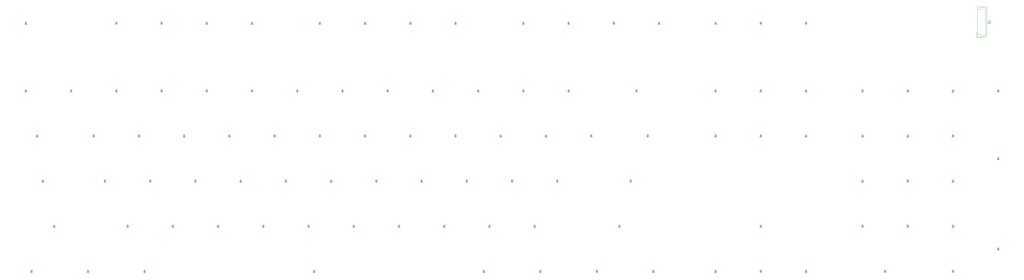
<source format=gbr>
%TF.GenerationSoftware,KiCad,Pcbnew,8.0.5*%
%TF.CreationDate,2025-06-15T08:43:14-07:00*%
%TF.ProjectId,Full Keyboard,46756c6c-204b-4657-9962-6f6172642e6b,2.0.0*%
%TF.SameCoordinates,Original*%
%TF.FileFunction,Legend,Bot*%
%TF.FilePolarity,Positive*%
%FSLAX46Y46*%
G04 Gerber Fmt 4.6, Leading zero omitted, Abs format (unit mm)*
G04 Created by KiCad (PCBNEW 8.0.5) date 2025-06-15 08:43:14*
%MOMM*%
%LPD*%
G01*
G04 APERTURE LIST*
%ADD10C,0.150000*%
%ADD11C,0.120000*%
G04 APERTURE END LIST*
D10*
X521224765Y-229476695D02*
X521939050Y-229476695D01*
X521939050Y-229476695D02*
X522081907Y-229429076D01*
X522081907Y-229429076D02*
X522177146Y-229333838D01*
X522177146Y-229333838D02*
X522224765Y-229190981D01*
X522224765Y-229190981D02*
X522224765Y-229095743D01*
X521224765Y-229857648D02*
X521224765Y-230476695D01*
X521224765Y-230476695D02*
X521605717Y-230143362D01*
X521605717Y-230143362D02*
X521605717Y-230286219D01*
X521605717Y-230286219D02*
X521653336Y-230381457D01*
X521653336Y-230381457D02*
X521700955Y-230429076D01*
X521700955Y-230429076D02*
X521796193Y-230476695D01*
X521796193Y-230476695D02*
X522034288Y-230476695D01*
X522034288Y-230476695D02*
X522129526Y-230429076D01*
X522129526Y-230429076D02*
X522177146Y-230381457D01*
X522177146Y-230381457D02*
X522224765Y-230286219D01*
X522224765Y-230286219D02*
X522224765Y-230000505D01*
X522224765Y-230000505D02*
X522177146Y-229905267D01*
X522177146Y-229905267D02*
X522129526Y-229857648D01*
%TO.C,D93*%
X141561246Y-335496529D02*
X142111246Y-335496529D01*
X141711246Y-334896529D02*
X142511246Y-334896529D01*
X142111246Y-334396529D02*
X142111246Y-334896529D01*
X142111246Y-335496529D02*
X141711246Y-334896529D01*
X142111246Y-335496529D02*
X142111246Y-335896529D01*
X142511246Y-334896529D02*
X142111246Y-335496529D01*
X142661246Y-335496529D02*
X142111246Y-335496529D01*
%TO.C,D20*%
X172515546Y-259238729D02*
X173065546Y-259238729D01*
X172665546Y-258638729D02*
X173465546Y-258638729D01*
X173065546Y-258138729D02*
X173065546Y-258638729D01*
X173065546Y-259238729D02*
X172665546Y-258638729D01*
X173065546Y-259238729D02*
X173065546Y-259638729D01*
X173465546Y-258638729D02*
X173065546Y-259238729D01*
X173615546Y-259238729D02*
X173065546Y-259238729D01*
%TO.C,D77*%
X177277746Y-316447729D02*
X177827746Y-316447729D01*
X177427746Y-315847729D02*
X178227746Y-315847729D01*
X177827746Y-315347729D02*
X177827746Y-315847729D01*
X177827746Y-316447729D02*
X177427746Y-315847729D01*
X177827746Y-316447729D02*
X177827746Y-316847729D01*
X178227746Y-315847729D02*
X177827746Y-316447729D01*
X178377746Y-316447729D02*
X177827746Y-316447729D01*
%TO.C,D51*%
X377290146Y-278287529D02*
X377840146Y-278287529D01*
X377440146Y-277687529D02*
X378240146Y-277687529D01*
X377840146Y-277187529D02*
X377840146Y-277687529D01*
X377840146Y-278287529D02*
X377440146Y-277687529D01*
X377840146Y-278287529D02*
X377840146Y-278687529D01*
X378240146Y-277687529D02*
X377840146Y-278287529D01*
X378390146Y-278287529D02*
X377840146Y-278287529D01*
%TO.C,D45*%
X258235146Y-278287529D02*
X258785146Y-278287529D01*
X258385146Y-277687529D02*
X259185146Y-277687529D01*
X258785146Y-277187529D02*
X258785146Y-277687529D01*
X258785146Y-278287529D02*
X258385146Y-277687529D01*
X258785146Y-278287529D02*
X258785146Y-278687529D01*
X259185146Y-277687529D02*
X258785146Y-278287529D01*
X259335146Y-278287529D02*
X258785146Y-278287529D01*
%TO.C,D81*%
X253472946Y-316447729D02*
X254022946Y-316447729D01*
X253622946Y-315847729D02*
X254422946Y-315847729D01*
X254022946Y-315347729D02*
X254022946Y-315847729D01*
X254022946Y-316447729D02*
X253622946Y-315847729D01*
X254022946Y-316447729D02*
X254022946Y-316847729D01*
X254422946Y-315847729D02*
X254022946Y-316447729D01*
X254572946Y-316447729D02*
X254022946Y-316447729D01*
%TO.C,D30*%
X372527946Y-259238729D02*
X373077946Y-259238729D01*
X372677946Y-258638729D02*
X373477946Y-258638729D01*
X373077946Y-258138729D02*
X373077946Y-258638729D01*
X373077946Y-259238729D02*
X372677946Y-258638729D01*
X373077946Y-259238729D02*
X373077946Y-259638729D01*
X373477946Y-258638729D02*
X373077946Y-259238729D01*
X373627946Y-259238729D02*
X373077946Y-259238729D01*
%TO.C,D95*%
X236805246Y-335496529D02*
X237355246Y-335496529D01*
X236955246Y-334896529D02*
X237755246Y-334896529D01*
X237355246Y-334396529D02*
X237355246Y-334896529D01*
X237355246Y-335496529D02*
X236955246Y-334896529D01*
X237355246Y-335496529D02*
X237355246Y-335896529D01*
X237755246Y-334896529D02*
X237355246Y-335496529D01*
X237905246Y-335496529D02*
X237355246Y-335496529D01*
%TO.C,D53*%
X424912146Y-278287529D02*
X425462146Y-278287529D01*
X425062146Y-277687529D02*
X425862146Y-277687529D01*
X425462146Y-277187529D02*
X425462146Y-277687529D01*
X425462146Y-278287529D02*
X425062146Y-277687529D01*
X425462146Y-278287529D02*
X425462146Y-278687529D01*
X425862146Y-277687529D02*
X425462146Y-278287529D01*
X426012146Y-278287529D02*
X425462146Y-278287529D01*
%TO.C,D86*%
X365384646Y-316447729D02*
X365934646Y-316447729D01*
X365534646Y-315847729D02*
X366334646Y-315847729D01*
X365934646Y-315347729D02*
X365934646Y-315847729D01*
X365934646Y-316447729D02*
X365534646Y-315847729D01*
X365934646Y-316447729D02*
X365934646Y-316847729D01*
X366334646Y-315847729D02*
X365934646Y-316447729D01*
X366484646Y-316447729D02*
X365934646Y-316447729D01*
%TO.C,D50*%
X353479146Y-278287529D02*
X354029146Y-278287529D01*
X353629146Y-277687529D02*
X354429146Y-277687529D01*
X354029146Y-277187529D02*
X354029146Y-277687529D01*
X354029146Y-278287529D02*
X353629146Y-277687529D01*
X354029146Y-278287529D02*
X354029146Y-278687529D01*
X354429146Y-277687529D02*
X354029146Y-278287529D01*
X354579146Y-278287529D02*
X354029146Y-278287529D01*
%TO.C,D70*%
X339192546Y-297336329D02*
X339742546Y-297336329D01*
X339342546Y-296736329D02*
X340142546Y-296736329D01*
X339742546Y-296236329D02*
X339742546Y-296736329D01*
X339742546Y-297336329D02*
X339342546Y-296736329D01*
X339742546Y-297336329D02*
X339742546Y-297736329D01*
X340142546Y-296736329D02*
X339742546Y-297336329D01*
X340292546Y-297336329D02*
X339742546Y-297336329D01*
%TO.C,D71*%
X370146846Y-297336329D02*
X370696846Y-297336329D01*
X370296846Y-296736329D02*
X371096846Y-296736329D01*
X370696846Y-296236329D02*
X370696846Y-296736329D01*
X370696846Y-297336329D02*
X370296846Y-296736329D01*
X370696846Y-297336329D02*
X370696846Y-297736329D01*
X371096846Y-296736329D02*
X370696846Y-297336329D01*
X371246846Y-297336329D02*
X370696846Y-297336329D01*
%TO.C,D91*%
X524918346Y-325972129D02*
X525468346Y-325972129D01*
X525068346Y-325372129D02*
X525868346Y-325372129D01*
X525468346Y-324872129D02*
X525468346Y-325372129D01*
X525468346Y-325972129D02*
X525068346Y-325372129D01*
X525468346Y-325972129D02*
X525468346Y-326372129D01*
X525868346Y-325372129D02*
X525468346Y-325972129D01*
X526018346Y-325972129D02*
X525468346Y-325972129D01*
%TO.C,D85*%
X329668146Y-316447729D02*
X330218146Y-316447729D01*
X329818146Y-315847729D02*
X330618146Y-315847729D01*
X330218146Y-315347729D02*
X330218146Y-315847729D01*
X330218146Y-316447729D02*
X329818146Y-315847729D01*
X330218146Y-316447729D02*
X330218146Y-316847729D01*
X330618146Y-315847729D02*
X330218146Y-316447729D01*
X330768146Y-316447729D02*
X330218146Y-316447729D01*
%TO.C,D2*%
X153466746Y-230665529D02*
X154016746Y-230665529D01*
X153616746Y-230065529D02*
X154416746Y-230065529D01*
X154016746Y-229565529D02*
X154016746Y-230065529D01*
X154016746Y-230665529D02*
X153616746Y-230065529D01*
X154016746Y-230665529D02*
X154016746Y-231065529D01*
X154416746Y-230065529D02*
X154016746Y-230665529D01*
X154566746Y-230665529D02*
X154016746Y-230665529D01*
%TO.C,D27*%
X305857146Y-259301329D02*
X306407146Y-259301329D01*
X306007146Y-258701329D02*
X306807146Y-258701329D01*
X306407146Y-258201329D02*
X306407146Y-258701329D01*
X306407146Y-259301329D02*
X306007146Y-258701329D01*
X306407146Y-259301329D02*
X306407146Y-259701329D01*
X306807146Y-258701329D02*
X306407146Y-259301329D01*
X306957146Y-259301329D02*
X306407146Y-259301329D01*
%TO.C,D66*%
X262997346Y-297336329D02*
X263547346Y-297336329D01*
X263147346Y-296736329D02*
X263947346Y-296736329D01*
X263547346Y-296236329D02*
X263547346Y-296736329D01*
X263547346Y-297336329D02*
X263147346Y-296736329D01*
X263547346Y-297336329D02*
X263547346Y-297736329D01*
X263947346Y-296736329D02*
X263547346Y-297336329D01*
X264097346Y-297336329D02*
X263547346Y-297336329D01*
%TO.C,D90*%
X505869546Y-316447729D02*
X506419546Y-316447729D01*
X506019546Y-315847729D02*
X506819546Y-315847729D01*
X506419546Y-315347729D02*
X506419546Y-315847729D01*
X506419546Y-316447729D02*
X506019546Y-315847729D01*
X506419546Y-316447729D02*
X506419546Y-316847729D01*
X506819546Y-315847729D02*
X506419546Y-316447729D01*
X506969546Y-316447729D02*
X506419546Y-316447729D01*
%TO.C,D9*%
X296332746Y-230728129D02*
X296882746Y-230728129D01*
X296482746Y-230128129D02*
X297282746Y-230128129D01*
X296882746Y-229628129D02*
X296882746Y-230128129D01*
X296882746Y-230728129D02*
X296482746Y-230128129D01*
X296882746Y-230728129D02*
X296882746Y-231128129D01*
X297282746Y-230128129D02*
X296882746Y-230728129D01*
X297432746Y-230728129D02*
X296882746Y-230728129D01*
%TO.C,D14*%
X424912146Y-230665529D02*
X425462146Y-230665529D01*
X425062146Y-230065529D02*
X425862146Y-230065529D01*
X425462146Y-229565529D02*
X425462146Y-230065529D01*
X425462146Y-230665529D02*
X425062146Y-230065529D01*
X425462146Y-230665529D02*
X425462146Y-231065529D01*
X425862146Y-230065529D02*
X425462146Y-230665529D01*
X426012146Y-230665529D02*
X425462146Y-230665529D01*
%TO.C,D92*%
X117750246Y-335496529D02*
X118300246Y-335496529D01*
X117900246Y-334896529D02*
X118700246Y-334896529D01*
X118300246Y-334396529D02*
X118300246Y-334896529D01*
X118300246Y-335496529D02*
X117900246Y-334896529D01*
X118300246Y-335496529D02*
X118300246Y-335896529D01*
X118700246Y-334896529D02*
X118300246Y-335496529D01*
X118850246Y-335496529D02*
X118300246Y-335496529D01*
%TO.C,D5*%
X210613146Y-230728129D02*
X211163146Y-230728129D01*
X210763146Y-230128129D02*
X211563146Y-230128129D01*
X211163146Y-229628129D02*
X211163146Y-230128129D01*
X211163146Y-230728129D02*
X210763146Y-230128129D01*
X211163146Y-230728129D02*
X211163146Y-231128129D01*
X211563146Y-230128129D02*
X211163146Y-230728129D01*
X211713146Y-230728129D02*
X211163146Y-230728129D01*
%TO.C,D47*%
X296332746Y-278287529D02*
X296882746Y-278287529D01*
X296482746Y-277687529D02*
X297282746Y-277687529D01*
X296882746Y-277187529D02*
X296882746Y-277687529D01*
X296882746Y-278287529D02*
X296482746Y-277687529D01*
X296882746Y-278287529D02*
X296882746Y-278687529D01*
X297282746Y-277687529D02*
X296882746Y-278287529D01*
X297432746Y-278287529D02*
X296882746Y-278287529D01*
%TO.C,D35*%
X486820746Y-259301329D02*
X487370746Y-259301329D01*
X486970746Y-258701329D02*
X487770746Y-258701329D01*
X487370746Y-258201329D02*
X487370746Y-258701329D01*
X487370746Y-259301329D02*
X486970746Y-258701329D01*
X487370746Y-259301329D02*
X487370746Y-259701329D01*
X487770746Y-258701329D02*
X487370746Y-259301329D01*
X487920746Y-259301329D02*
X487370746Y-259301329D01*
%TO.C,D65*%
X243948546Y-297398929D02*
X244498546Y-297398929D01*
X244098546Y-296798929D02*
X244898546Y-296798929D01*
X244498546Y-296298929D02*
X244498546Y-296798929D01*
X244498546Y-297398929D02*
X244098546Y-296798929D01*
X244498546Y-297398929D02*
X244498546Y-297798929D01*
X244898546Y-296798929D02*
X244498546Y-297398929D01*
X245048546Y-297398929D02*
X244498546Y-297398929D01*
%TO.C,D96*%
X308238246Y-335496529D02*
X308788246Y-335496529D01*
X308388246Y-334896529D02*
X309188246Y-334896529D01*
X308788246Y-334396529D02*
X308788246Y-334896529D01*
X308788246Y-335496529D02*
X308388246Y-334896529D01*
X308788246Y-335496529D02*
X308788246Y-335896529D01*
X309188246Y-334896529D02*
X308788246Y-335496529D01*
X309338246Y-335496529D02*
X308788246Y-335496529D01*
%TO.C,D28*%
X324905946Y-259301329D02*
X325455946Y-259301329D01*
X325055946Y-258701329D02*
X325855946Y-258701329D01*
X325455946Y-258201329D02*
X325455946Y-258701329D01*
X325455946Y-259301329D02*
X325055946Y-258701329D01*
X325455946Y-259301329D02*
X325455946Y-259701329D01*
X325855946Y-258701329D02*
X325455946Y-259301329D01*
X326005946Y-259301329D02*
X325455946Y-259301329D01*
%TO.C,D73*%
X505869546Y-297398929D02*
X506419546Y-297398929D01*
X506019546Y-296798929D02*
X506819546Y-296798929D01*
X506419546Y-296298929D02*
X506419546Y-296798929D01*
X506419546Y-297398929D02*
X506019546Y-296798929D01*
X506419546Y-297398929D02*
X506419546Y-297798929D01*
X506819546Y-296798929D02*
X506419546Y-297398929D01*
X506969546Y-297398929D02*
X506419546Y-297398929D01*
%TO.C,D8*%
X277283946Y-230728129D02*
X277833946Y-230728129D01*
X277433946Y-230128129D02*
X278233946Y-230128129D01*
X277833946Y-229628129D02*
X277833946Y-230128129D01*
X277833946Y-230728129D02*
X277433946Y-230128129D01*
X277833946Y-230728129D02*
X277833946Y-231128129D01*
X278233946Y-230128129D02*
X277833946Y-230728129D01*
X278383946Y-230728129D02*
X277833946Y-230728129D01*
%TO.C,D33*%
X443960946Y-259301329D02*
X444510946Y-259301329D01*
X444110946Y-258701329D02*
X444910946Y-258701329D01*
X444510946Y-258201329D02*
X444510946Y-258701329D01*
X444510946Y-259301329D02*
X444110946Y-258701329D01*
X444510946Y-259301329D02*
X444510946Y-259701329D01*
X444910946Y-258701329D02*
X444510946Y-259301329D01*
X445060946Y-259301329D02*
X444510946Y-259301329D01*
%TO.C,D24*%
X248710746Y-259301329D02*
X249260746Y-259301329D01*
X248860746Y-258701329D02*
X249660746Y-258701329D01*
X249260746Y-258201329D02*
X249260746Y-258701329D01*
X249260746Y-259301329D02*
X248860746Y-258701329D01*
X249260746Y-259301329D02*
X249260746Y-259701329D01*
X249660746Y-258701329D02*
X249260746Y-259301329D01*
X249810746Y-259301329D02*
X249260746Y-259301329D01*
%TO.C,D36*%
X505869546Y-259363929D02*
X506419546Y-259363929D01*
X506019546Y-258763929D02*
X506819546Y-258763929D01*
X506419546Y-258263929D02*
X506419546Y-258763929D01*
X506419546Y-259363929D02*
X506019546Y-258763929D01*
X506419546Y-259363929D02*
X506419546Y-259763929D01*
X506819546Y-258763929D02*
X506419546Y-259363929D01*
X506969546Y-259363929D02*
X506419546Y-259363929D01*
%TO.C,D75*%
X127274646Y-316447729D02*
X127824646Y-316447729D01*
X127424646Y-315847729D02*
X128224646Y-315847729D01*
X127824646Y-315347729D02*
X127824646Y-315847729D01*
X127824646Y-316447729D02*
X127424646Y-315847729D01*
X127824646Y-316447729D02*
X127824646Y-316847729D01*
X128224646Y-315847729D02*
X127824646Y-316447729D01*
X128374646Y-316447729D02*
X127824646Y-316447729D01*
D11*
%TO.C,J3*%
X516359946Y-233970029D02*
X516359946Y-236470029D01*
X516359946Y-236470029D02*
X518859946Y-236470029D01*
X516659946Y-223450029D02*
X516659946Y-236170029D01*
X516659946Y-224450029D02*
X518159946Y-224450029D01*
X516659946Y-235170029D02*
X518159946Y-235170029D01*
X516659946Y-236170029D02*
X520679946Y-236170029D01*
X518159946Y-224450029D02*
X518159946Y-223450029D01*
X518159946Y-235170029D02*
X518159946Y-236170029D01*
X518969946Y-223450029D02*
X518969946Y-223950029D01*
X518969946Y-223950029D02*
X520179946Y-223950029D01*
X518969946Y-235670029D02*
X518969946Y-236170029D01*
X520179946Y-223950029D02*
X520179946Y-235670029D01*
X520179946Y-235670029D02*
X518969946Y-235670029D01*
X520679946Y-223450029D02*
X516659946Y-223450029D01*
X520679946Y-236170029D02*
X520679946Y-223450029D01*
D10*
%TO.C,D13*%
X405863346Y-230728129D02*
X406413346Y-230728129D01*
X406013346Y-230128129D02*
X406813346Y-230128129D01*
X406413346Y-229628129D02*
X406413346Y-230128129D01*
X406413346Y-230728129D02*
X406013346Y-230128129D01*
X406413346Y-230728129D02*
X406413346Y-231128129D01*
X406813346Y-230128129D02*
X406413346Y-230728129D01*
X406963346Y-230728129D02*
X406413346Y-230728129D01*
%TO.C,D54*%
X443960946Y-278350129D02*
X444510946Y-278350129D01*
X444110946Y-277750129D02*
X444910946Y-277750129D01*
X444510946Y-277250129D02*
X444510946Y-277750129D01*
X444510946Y-278350129D02*
X444110946Y-277750129D01*
X444510946Y-278350129D02*
X444510946Y-278750129D01*
X444910946Y-277750129D02*
X444510946Y-278350129D01*
X445060946Y-278350129D02*
X444510946Y-278350129D01*
%TO.C,D76*%
X158228946Y-316447729D02*
X158778946Y-316447729D01*
X158378946Y-315847729D02*
X159178946Y-315847729D01*
X158778946Y-315347729D02*
X158778946Y-315847729D01*
X158778946Y-316447729D02*
X158378946Y-315847729D01*
X158778946Y-316447729D02*
X158778946Y-316847729D01*
X159178946Y-315847729D02*
X158778946Y-316447729D01*
X159328946Y-316447729D02*
X158778946Y-316447729D01*
%TO.C,D88*%
X467771946Y-316385129D02*
X468321946Y-316385129D01*
X467921946Y-315785129D02*
X468721946Y-315785129D01*
X468321946Y-315285129D02*
X468321946Y-315785129D01*
X468321946Y-316385129D02*
X467921946Y-315785129D01*
X468321946Y-316385129D02*
X468321946Y-316785129D01*
X468721946Y-315785129D02*
X468321946Y-316385129D01*
X468871946Y-316385129D02*
X468321946Y-316385129D01*
%TO.C,D94*%
X165372246Y-335496529D02*
X165922246Y-335496529D01*
X165522246Y-334896529D02*
X166322246Y-334896529D01*
X165922246Y-334396529D02*
X165922246Y-334896529D01*
X165922246Y-335496529D02*
X165522246Y-334896529D01*
X165922246Y-335496529D02*
X165922246Y-335896529D01*
X166322246Y-334896529D02*
X165922246Y-335496529D01*
X166472246Y-335496529D02*
X165922246Y-335496529D01*
%TO.C,D68*%
X301094946Y-297336329D02*
X301644946Y-297336329D01*
X301244946Y-296736329D02*
X302044946Y-296736329D01*
X301644946Y-296236329D02*
X301644946Y-296736329D01*
X301644946Y-297336329D02*
X301244946Y-296736329D01*
X301644946Y-297336329D02*
X301644946Y-297736329D01*
X302044946Y-296736329D02*
X301644946Y-297336329D01*
X302194946Y-297336329D02*
X301644946Y-297336329D01*
%TO.C,D21*%
X191564346Y-259238729D02*
X192114346Y-259238729D01*
X191714346Y-258638729D02*
X192514346Y-258638729D01*
X192114346Y-258138729D02*
X192114346Y-258638729D01*
X192114346Y-259238729D02*
X191714346Y-258638729D01*
X192114346Y-259238729D02*
X192114346Y-259638729D01*
X192514346Y-258638729D02*
X192114346Y-259238729D01*
X192664346Y-259238729D02*
X192114346Y-259238729D01*
%TO.C,D42*%
X201088746Y-278350129D02*
X201638746Y-278350129D01*
X201238746Y-277750129D02*
X202038746Y-277750129D01*
X201638746Y-277250129D02*
X201638746Y-277750129D01*
X201638746Y-278350129D02*
X201238746Y-277750129D01*
X201638746Y-278350129D02*
X201638746Y-278750129D01*
X202038746Y-277750129D02*
X201638746Y-278350129D01*
X202188746Y-278350129D02*
X201638746Y-278350129D01*
%TO.C,D22*%
X210613146Y-259238729D02*
X211163146Y-259238729D01*
X210763146Y-258638729D02*
X211563146Y-258638729D01*
X211163146Y-258138729D02*
X211163146Y-258638729D01*
X211163146Y-259238729D02*
X210763146Y-258638729D01*
X211163146Y-259238729D02*
X211163146Y-259638729D01*
X211563146Y-258638729D02*
X211163146Y-259238729D01*
X211713146Y-259238729D02*
X211163146Y-259238729D01*
%TO.C,D43*%
X220137546Y-278287529D02*
X220687546Y-278287529D01*
X220287546Y-277687529D02*
X221087546Y-277687529D01*
X220687546Y-277187529D02*
X220687546Y-277687529D01*
X220687546Y-278287529D02*
X220287546Y-277687529D01*
X220687546Y-278287529D02*
X220687546Y-278687529D01*
X221087546Y-277687529D02*
X220687546Y-278287529D01*
X221237546Y-278287529D02*
X220687546Y-278287529D01*
%TO.C,D23*%
X229661946Y-259301329D02*
X230211946Y-259301329D01*
X229811946Y-258701329D02*
X230611946Y-258701329D01*
X230211946Y-258201329D02*
X230211946Y-258701329D01*
X230211946Y-259301329D02*
X229811946Y-258701329D01*
X230211946Y-259301329D02*
X230211946Y-259701329D01*
X230611946Y-258701329D02*
X230211946Y-259301329D01*
X230761946Y-259301329D02*
X230211946Y-259301329D01*
%TO.C,D78*%
X196326546Y-316447729D02*
X196876546Y-316447729D01*
X196476546Y-315847729D02*
X197276546Y-315847729D01*
X196876546Y-315347729D02*
X196876546Y-315847729D01*
X196876546Y-316447729D02*
X196476546Y-315847729D01*
X196876546Y-316447729D02*
X196876546Y-316847729D01*
X197276546Y-315847729D02*
X196876546Y-316447729D01*
X197426546Y-316447729D02*
X196876546Y-316447729D01*
%TO.C,D39*%
X143942346Y-278287529D02*
X144492346Y-278287529D01*
X144092346Y-277687529D02*
X144892346Y-277687529D01*
X144492346Y-277187529D02*
X144492346Y-277687529D01*
X144492346Y-278287529D02*
X144092346Y-277687529D01*
X144492346Y-278287529D02*
X144492346Y-278687529D01*
X144892346Y-277687529D02*
X144492346Y-278287529D01*
X145042346Y-278287529D02*
X144492346Y-278287529D01*
%TO.C,D16*%
X382052346Y-230728129D02*
X382602346Y-230728129D01*
X382202346Y-230128129D02*
X383002346Y-230128129D01*
X382602346Y-229628129D02*
X382602346Y-230128129D01*
X382602346Y-230728129D02*
X382202346Y-230128129D01*
X382602346Y-230728129D02*
X382602346Y-231128129D01*
X383002346Y-230128129D02*
X382602346Y-230728129D01*
X383152346Y-230728129D02*
X382602346Y-230728129D01*
%TO.C,D56*%
X486820746Y-278350129D02*
X487370746Y-278350129D01*
X486970746Y-277750129D02*
X487770746Y-277750129D01*
X487370746Y-277250129D02*
X487370746Y-277750129D01*
X487370746Y-278350129D02*
X486970746Y-277750129D01*
X487370746Y-278350129D02*
X487370746Y-278750129D01*
X487770746Y-277750129D02*
X487370746Y-278350129D01*
X487920746Y-278350129D02*
X487370746Y-278350129D01*
%TO.C,D46*%
X277283946Y-278350129D02*
X277833946Y-278350129D01*
X277433946Y-277750129D02*
X278233946Y-277750129D01*
X277833946Y-277250129D02*
X277833946Y-277750129D01*
X277833946Y-278350129D02*
X277433946Y-277750129D01*
X277833946Y-278350129D02*
X277833946Y-278750129D01*
X278233946Y-277750129D02*
X277833946Y-278350129D01*
X278383946Y-278350129D02*
X277833946Y-278350129D01*
%TO.C,D74*%
X467771946Y-297398929D02*
X468321946Y-297398929D01*
X467921946Y-296798929D02*
X468721946Y-296798929D01*
X468321946Y-296298929D02*
X468321946Y-296798929D01*
X468321946Y-297398929D02*
X467921946Y-296798929D01*
X468321946Y-297398929D02*
X468321946Y-297798929D01*
X468721946Y-296798929D02*
X468321946Y-297398929D01*
X468871946Y-297398929D02*
X468321946Y-297398929D01*
%TO.C,D34*%
X467771946Y-259301329D02*
X468321946Y-259301329D01*
X467921946Y-258701329D02*
X468721946Y-258701329D01*
X468321946Y-258201329D02*
X468321946Y-258701329D01*
X468321946Y-259301329D02*
X467921946Y-258701329D01*
X468321946Y-259301329D02*
X468321946Y-259701329D01*
X468721946Y-258701329D02*
X468321946Y-259301329D01*
X468871946Y-259301329D02*
X468321946Y-259301329D01*
%TO.C,D3*%
X172515546Y-230665529D02*
X173065546Y-230665529D01*
X172665546Y-230065529D02*
X173465546Y-230065529D01*
X173065546Y-229565529D02*
X173065546Y-230065529D01*
X173065546Y-230665529D02*
X172665546Y-230065529D01*
X173065546Y-230665529D02*
X173065546Y-231065529D01*
X173465546Y-230065529D02*
X173065546Y-230665529D01*
X173615546Y-230665529D02*
X173065546Y-230665529D01*
%TO.C,D25*%
X267759546Y-259238729D02*
X268309546Y-259238729D01*
X267909546Y-258638729D02*
X268709546Y-258638729D01*
X268309546Y-258138729D02*
X268309546Y-258638729D01*
X268309546Y-259238729D02*
X267909546Y-258638729D01*
X268309546Y-259238729D02*
X268309546Y-259638729D01*
X268709546Y-258638729D02*
X268309546Y-259238729D01*
X268859546Y-259238729D02*
X268309546Y-259238729D01*
%TO.C,D1*%
X115369146Y-230728129D02*
X115919146Y-230728129D01*
X115519146Y-230128129D02*
X116319146Y-230128129D01*
X115919146Y-229628129D02*
X115919146Y-230128129D01*
X115919146Y-230728129D02*
X115519146Y-230128129D01*
X115919146Y-230728129D02*
X115919146Y-231128129D01*
X116319146Y-230128129D02*
X115919146Y-230728129D01*
X116469146Y-230728129D02*
X115919146Y-230728129D01*
%TO.C,D11*%
X343954746Y-230728129D02*
X344504746Y-230728129D01*
X344104746Y-230128129D02*
X344904746Y-230128129D01*
X344504746Y-229628129D02*
X344504746Y-230128129D01*
X344504746Y-230728129D02*
X344104746Y-230128129D01*
X344504746Y-230728129D02*
X344504746Y-231128129D01*
X344904746Y-230128129D02*
X344504746Y-230728129D01*
X345054746Y-230728129D02*
X344504746Y-230728129D01*
%TO.C,D79*%
X215375346Y-316447729D02*
X215925346Y-316447729D01*
X215525346Y-315847729D02*
X216325346Y-315847729D01*
X215925346Y-315347729D02*
X215925346Y-315847729D01*
X215925346Y-316447729D02*
X215525346Y-315847729D01*
X215925346Y-316447729D02*
X215925346Y-316847729D01*
X216325346Y-315847729D02*
X215925346Y-316447729D01*
X216475346Y-316447729D02*
X215925346Y-316447729D01*
%TO.C,D67*%
X282046146Y-297398929D02*
X282596146Y-297398929D01*
X282196146Y-296798929D02*
X282996146Y-296798929D01*
X282596146Y-296298929D02*
X282596146Y-296798929D01*
X282596146Y-297398929D02*
X282196146Y-296798929D01*
X282596146Y-297398929D02*
X282596146Y-297798929D01*
X282996146Y-296798929D02*
X282596146Y-297398929D01*
X283146146Y-297398929D02*
X282596146Y-297398929D01*
%TO.C,D101*%
X424912146Y-335433929D02*
X425462146Y-335433929D01*
X425062146Y-334833929D02*
X425862146Y-334833929D01*
X425462146Y-334333929D02*
X425462146Y-334833929D01*
X425462146Y-335433929D02*
X425062146Y-334833929D01*
X425462146Y-335433929D02*
X425462146Y-335833929D01*
X425862146Y-334833929D02*
X425462146Y-335433929D01*
X426012146Y-335433929D02*
X425462146Y-335433929D01*
%TO.C,D102*%
X443960946Y-335496529D02*
X444510946Y-335496529D01*
X444110946Y-334896529D02*
X444910946Y-334896529D01*
X444510946Y-334396529D02*
X444510946Y-334896529D01*
X444510946Y-335496529D02*
X444110946Y-334896529D01*
X444510946Y-335496529D02*
X444510946Y-335896529D01*
X444910946Y-334896529D02*
X444510946Y-335496529D01*
X445060946Y-335496529D02*
X444510946Y-335496529D01*
%TO.C,D44*%
X239186346Y-278287529D02*
X239736346Y-278287529D01*
X239336346Y-277687529D02*
X240136346Y-277687529D01*
X239736346Y-277187529D02*
X239736346Y-277687529D01*
X239736346Y-278287529D02*
X239336346Y-277687529D01*
X239736346Y-278287529D02*
X239736346Y-278687529D01*
X240136346Y-277687529D02*
X239736346Y-278287529D01*
X240286346Y-278287529D02*
X239736346Y-278287529D01*
%TO.C,D52*%
X405863346Y-278287529D02*
X406413346Y-278287529D01*
X406013346Y-277687529D02*
X406813346Y-277687529D01*
X406413346Y-277187529D02*
X406413346Y-277687529D01*
X406413346Y-278287529D02*
X406013346Y-277687529D01*
X406413346Y-278287529D02*
X406413346Y-278687529D01*
X406813346Y-277687529D02*
X406413346Y-278287529D01*
X406963346Y-278287529D02*
X406413346Y-278287529D01*
%TO.C,D64*%
X224899746Y-297336329D02*
X225449746Y-297336329D01*
X225049746Y-296736329D02*
X225849746Y-296736329D01*
X225449746Y-296236329D02*
X225449746Y-296736329D01*
X225449746Y-297336329D02*
X225049746Y-296736329D01*
X225449746Y-297336329D02*
X225449746Y-297736329D01*
X225849746Y-296736329D02*
X225449746Y-297336329D01*
X225999746Y-297336329D02*
X225449746Y-297336329D01*
%TO.C,D97*%
X332049246Y-335496529D02*
X332599246Y-335496529D01*
X332199246Y-334896529D02*
X332999246Y-334896529D01*
X332599246Y-334396529D02*
X332599246Y-334896529D01*
X332599246Y-335496529D02*
X332199246Y-334896529D01*
X332599246Y-335496529D02*
X332599246Y-335896529D01*
X332999246Y-334896529D02*
X332599246Y-335496529D01*
X333149246Y-335496529D02*
X332599246Y-335496529D01*
%TO.C,D32*%
X424912146Y-259238729D02*
X425462146Y-259238729D01*
X425062146Y-258638729D02*
X425862146Y-258638729D01*
X425462146Y-258138729D02*
X425462146Y-258638729D01*
X425462146Y-259238729D02*
X425062146Y-258638729D01*
X425462146Y-259238729D02*
X425462146Y-259638729D01*
X425862146Y-258638729D02*
X425462146Y-259238729D01*
X426012146Y-259238729D02*
X425462146Y-259238729D01*
%TO.C,D60*%
X148704546Y-297336329D02*
X149254546Y-297336329D01*
X148854546Y-296736329D02*
X149654546Y-296736329D01*
X149254546Y-296236329D02*
X149254546Y-296736329D01*
X149254546Y-297336329D02*
X148854546Y-296736329D01*
X149254546Y-297336329D02*
X149254546Y-297736329D01*
X149654546Y-296736329D02*
X149254546Y-297336329D01*
X149804546Y-297336329D02*
X149254546Y-297336329D01*
%TO.C,D87*%
X424912146Y-316447729D02*
X425462146Y-316447729D01*
X425062146Y-315847729D02*
X425862146Y-315847729D01*
X425462146Y-315347729D02*
X425462146Y-315847729D01*
X425462146Y-316447729D02*
X425062146Y-315847729D01*
X425462146Y-316447729D02*
X425462146Y-316847729D01*
X425862146Y-315847729D02*
X425462146Y-316447729D01*
X426012146Y-316447729D02*
X425462146Y-316447729D01*
%TO.C,D55*%
X467771946Y-278350129D02*
X468321946Y-278350129D01*
X467921946Y-277750129D02*
X468721946Y-277750129D01*
X468321946Y-277250129D02*
X468321946Y-277750129D01*
X468321946Y-278350129D02*
X467921946Y-277750129D01*
X468321946Y-278350129D02*
X468321946Y-278750129D01*
X468721946Y-277750129D02*
X468321946Y-278350129D01*
X468871946Y-278350129D02*
X468321946Y-278350129D01*
%TO.C,D41*%
X182039946Y-278350129D02*
X182589946Y-278350129D01*
X182189946Y-277750129D02*
X182989946Y-277750129D01*
X182589946Y-277250129D02*
X182589946Y-277750129D01*
X182589946Y-278350129D02*
X182189946Y-277750129D01*
X182589946Y-278350129D02*
X182589946Y-278750129D01*
X182989946Y-277750129D02*
X182589946Y-278350129D01*
X183139946Y-278350129D02*
X182589946Y-278350129D01*
%TO.C,D61*%
X167753346Y-297336329D02*
X168303346Y-297336329D01*
X167903346Y-296736329D02*
X168703346Y-296736329D01*
X168303346Y-296236329D02*
X168303346Y-296736329D01*
X168303346Y-297336329D02*
X167903346Y-296736329D01*
X168303346Y-297336329D02*
X168303346Y-297736329D01*
X168703346Y-296736329D02*
X168303346Y-297336329D01*
X168853346Y-297336329D02*
X168303346Y-297336329D01*
%TO.C,D58*%
X524918346Y-287874529D02*
X525468346Y-287874529D01*
X525068346Y-287274529D02*
X525868346Y-287274529D01*
X525468346Y-286774529D02*
X525468346Y-287274529D01*
X525468346Y-287874529D02*
X525068346Y-287274529D01*
X525468346Y-287874529D02*
X525468346Y-288274529D01*
X525868346Y-287274529D02*
X525468346Y-287874529D01*
X526018346Y-287874529D02*
X525468346Y-287874529D01*
%TO.C,D59*%
X122512446Y-297398929D02*
X123062446Y-297398929D01*
X122662446Y-296798929D02*
X123462446Y-296798929D01*
X123062446Y-296298929D02*
X123062446Y-296798929D01*
X123062446Y-297398929D02*
X122662446Y-296798929D01*
X123062446Y-297398929D02*
X123062446Y-297798929D01*
X123462446Y-296798929D02*
X123062446Y-297398929D01*
X123612446Y-297398929D02*
X123062446Y-297398929D01*
%TO.C,D103*%
X477296346Y-335433929D02*
X477846346Y-335433929D01*
X477446346Y-334833929D02*
X478246346Y-334833929D01*
X477846346Y-334333929D02*
X477846346Y-334833929D01*
X477846346Y-335433929D02*
X477446346Y-334833929D01*
X477846346Y-335433929D02*
X477846346Y-335833929D01*
X478246346Y-334833929D02*
X477846346Y-335433929D01*
X478396346Y-335433929D02*
X477846346Y-335433929D01*
%TO.C,D40*%
X162991146Y-278287529D02*
X163541146Y-278287529D01*
X163141146Y-277687529D02*
X163941146Y-277687529D01*
X163541146Y-277187529D02*
X163541146Y-277687529D01*
X163541146Y-278287529D02*
X163141146Y-277687529D01*
X163541146Y-278287529D02*
X163541146Y-278687529D01*
X163941146Y-277687529D02*
X163541146Y-278287529D01*
X164091146Y-278287529D02*
X163541146Y-278287529D01*
%TO.C,D100*%
X405863346Y-335496529D02*
X406413346Y-335496529D01*
X406013346Y-334896529D02*
X406813346Y-334896529D01*
X406413346Y-334396529D02*
X406413346Y-334896529D01*
X406413346Y-335496529D02*
X406013346Y-334896529D01*
X406413346Y-335496529D02*
X406413346Y-335896529D01*
X406813346Y-334896529D02*
X406413346Y-335496529D01*
X406963346Y-335496529D02*
X406413346Y-335496529D01*
%TO.C,D80*%
X234424146Y-316447729D02*
X234974146Y-316447729D01*
X234574146Y-315847729D02*
X235374146Y-315847729D01*
X234974146Y-315347729D02*
X234974146Y-315847729D01*
X234974146Y-316447729D02*
X234574146Y-315847729D01*
X234974146Y-316447729D02*
X234974146Y-316847729D01*
X235374146Y-315847729D02*
X234974146Y-316447729D01*
X235524146Y-316447729D02*
X234974146Y-316447729D01*
%TO.C,D98*%
X355860246Y-335433929D02*
X356410246Y-335433929D01*
X356010246Y-334833929D02*
X356810246Y-334833929D01*
X356410246Y-334333929D02*
X356410246Y-334833929D01*
X356410246Y-335433929D02*
X356010246Y-334833929D01*
X356410246Y-335433929D02*
X356410246Y-335833929D01*
X356810246Y-334833929D02*
X356410246Y-335433929D01*
X356960246Y-335433929D02*
X356410246Y-335433929D01*
%TO.C,D89*%
X486820746Y-316385129D02*
X487370746Y-316385129D01*
X486970746Y-315785129D02*
X487770746Y-315785129D01*
X487370746Y-315285129D02*
X487370746Y-315785129D01*
X487370746Y-316385129D02*
X486970746Y-315785129D01*
X487370746Y-316385129D02*
X487370746Y-316785129D01*
X487770746Y-315785129D02*
X487370746Y-316385129D01*
X487920746Y-316385129D02*
X487370746Y-316385129D01*
%TO.C,D19*%
X153466746Y-259301329D02*
X154016746Y-259301329D01*
X153616746Y-258701329D02*
X154416746Y-258701329D01*
X154016746Y-258201329D02*
X154016746Y-258701329D01*
X154016746Y-259301329D02*
X153616746Y-258701329D01*
X154016746Y-259301329D02*
X154016746Y-259701329D01*
X154416746Y-258701329D02*
X154016746Y-259301329D01*
X154566746Y-259301329D02*
X154016746Y-259301329D01*
%TO.C,D99*%
X379671246Y-335496529D02*
X380221246Y-335496529D01*
X379821246Y-334896529D02*
X380621246Y-334896529D01*
X380221246Y-334396529D02*
X380221246Y-334896529D01*
X380221246Y-335496529D02*
X379821246Y-334896529D01*
X380221246Y-335496529D02*
X380221246Y-335896529D01*
X380621246Y-334896529D02*
X380221246Y-335496529D01*
X380771246Y-335496529D02*
X380221246Y-335496529D01*
%TO.C,D12*%
X363003546Y-230665529D02*
X363553546Y-230665529D01*
X363153546Y-230065529D02*
X363953546Y-230065529D01*
X363553546Y-229565529D02*
X363553546Y-230065529D01*
X363553546Y-230665529D02*
X363153546Y-230065529D01*
X363553546Y-230665529D02*
X363553546Y-231065529D01*
X363953546Y-230065529D02*
X363553546Y-230665529D01*
X364103546Y-230665529D02*
X363553546Y-230665529D01*
%TO.C,D26*%
X286808346Y-259301329D02*
X287358346Y-259301329D01*
X286958346Y-258701329D02*
X287758346Y-258701329D01*
X287358346Y-258201329D02*
X287358346Y-258701329D01*
X287358346Y-259301329D02*
X286958346Y-258701329D01*
X287358346Y-259301329D02*
X287358346Y-259701329D01*
X287758346Y-258701329D02*
X287358346Y-259301329D01*
X287908346Y-259301329D02*
X287358346Y-259301329D01*
%TO.C,D84*%
X310619346Y-316447729D02*
X311169346Y-316447729D01*
X310769346Y-315847729D02*
X311569346Y-315847729D01*
X311169346Y-315347729D02*
X311169346Y-315847729D01*
X311169346Y-316447729D02*
X310769346Y-315847729D01*
X311169346Y-316447729D02*
X311169346Y-316847729D01*
X311569346Y-315847729D02*
X311169346Y-316447729D01*
X311719346Y-316447729D02*
X311169346Y-316447729D01*
%TO.C,D38*%
X120131346Y-278350129D02*
X120681346Y-278350129D01*
X120281346Y-277750129D02*
X121081346Y-277750129D01*
X120681346Y-277250129D02*
X120681346Y-277750129D01*
X120681346Y-278350129D02*
X120281346Y-277750129D01*
X120681346Y-278350129D02*
X120681346Y-278750129D01*
X121081346Y-277750129D02*
X120681346Y-278350129D01*
X121231346Y-278350129D02*
X120681346Y-278350129D01*
%TO.C,D69*%
X320143746Y-297336329D02*
X320693746Y-297336329D01*
X320293746Y-296736329D02*
X321093746Y-296736329D01*
X320693746Y-296236329D02*
X320693746Y-296736329D01*
X320693746Y-297336329D02*
X320293746Y-296736329D01*
X320693746Y-297336329D02*
X320693746Y-297736329D01*
X321093746Y-296736329D02*
X320693746Y-297336329D01*
X321243746Y-297336329D02*
X320693746Y-297336329D01*
%TO.C,D7*%
X258235146Y-230728129D02*
X258785146Y-230728129D01*
X258385146Y-230128129D02*
X259185146Y-230128129D01*
X258785146Y-229628129D02*
X258785146Y-230128129D01*
X258785146Y-230728129D02*
X258385146Y-230128129D01*
X258785146Y-230728129D02*
X258785146Y-231128129D01*
X259185146Y-230128129D02*
X258785146Y-230728129D01*
X259335146Y-230728129D02*
X258785146Y-230728129D01*
%TO.C,D49*%
X334430346Y-278350129D02*
X334980346Y-278350129D01*
X334580346Y-277750129D02*
X335380346Y-277750129D01*
X334980346Y-277250129D02*
X334980346Y-277750129D01*
X334980346Y-278350129D02*
X334580346Y-277750129D01*
X334980346Y-278350129D02*
X334980346Y-278750129D01*
X335380346Y-277750129D02*
X334980346Y-278350129D01*
X335530346Y-278350129D02*
X334980346Y-278350129D01*
%TO.C,D31*%
X405863346Y-259301329D02*
X406413346Y-259301329D01*
X406013346Y-258701329D02*
X406813346Y-258701329D01*
X406413346Y-258201329D02*
X406413346Y-258701329D01*
X406413346Y-259301329D02*
X406013346Y-258701329D01*
X406413346Y-259301329D02*
X406413346Y-259701329D01*
X406813346Y-258701329D02*
X406413346Y-259301329D01*
X406963346Y-259301329D02*
X406413346Y-259301329D01*
%TO.C,D15*%
X443960946Y-230665529D02*
X444510946Y-230665529D01*
X444110946Y-230065529D02*
X444910946Y-230065529D01*
X444510946Y-229565529D02*
X444510946Y-230065529D01*
X444510946Y-230665529D02*
X444110946Y-230065529D01*
X444510946Y-230665529D02*
X444510946Y-231065529D01*
X444910946Y-230065529D02*
X444510946Y-230665529D01*
X445060946Y-230665529D02*
X444510946Y-230665529D01*
%TO.C,D10*%
X324905946Y-230728129D02*
X325455946Y-230728129D01*
X325055946Y-230128129D02*
X325855946Y-230128129D01*
X325455946Y-229628129D02*
X325455946Y-230128129D01*
X325455946Y-230728129D02*
X325055946Y-230128129D01*
X325455946Y-230728129D02*
X325455946Y-231128129D01*
X325855946Y-230128129D02*
X325455946Y-230728129D01*
X326005946Y-230728129D02*
X325455946Y-230728129D01*
%TO.C,D83*%
X291570546Y-316447729D02*
X292120546Y-316447729D01*
X291720546Y-315847729D02*
X292520546Y-315847729D01*
X292120546Y-315347729D02*
X292120546Y-315847729D01*
X292120546Y-316447729D02*
X291720546Y-315847729D01*
X292120546Y-316447729D02*
X292120546Y-316847729D01*
X292520546Y-315847729D02*
X292120546Y-316447729D01*
X292670546Y-316447729D02*
X292120546Y-316447729D01*
%TO.C,D48*%
X315381546Y-278350129D02*
X315931546Y-278350129D01*
X315531546Y-277750129D02*
X316331546Y-277750129D01*
X315931546Y-277250129D02*
X315931546Y-277750129D01*
X315931546Y-278350129D02*
X315531546Y-277750129D01*
X315931546Y-278350129D02*
X315931546Y-278750129D01*
X316331546Y-277750129D02*
X315931546Y-278350129D01*
X316481546Y-278350129D02*
X315931546Y-278350129D01*
%TO.C,D4*%
X191564346Y-230728129D02*
X192114346Y-230728129D01*
X191714346Y-230128129D02*
X192514346Y-230128129D01*
X192114346Y-229628129D02*
X192114346Y-230128129D01*
X192114346Y-230728129D02*
X191714346Y-230128129D01*
X192114346Y-230728129D02*
X192114346Y-231128129D01*
X192514346Y-230128129D02*
X192114346Y-230728129D01*
X192664346Y-230728129D02*
X192114346Y-230728129D01*
%TO.C,D37*%
X524918346Y-259301329D02*
X525468346Y-259301329D01*
X525068346Y-258701329D02*
X525868346Y-258701329D01*
X525468346Y-258201329D02*
X525468346Y-258701329D01*
X525468346Y-259301329D02*
X525068346Y-258701329D01*
X525468346Y-259301329D02*
X525468346Y-259701329D01*
X525868346Y-258701329D02*
X525468346Y-259301329D01*
X526018346Y-259301329D02*
X525468346Y-259301329D01*
%TO.C,D104*%
X505869546Y-335433929D02*
X506419546Y-335433929D01*
X506019546Y-334833929D02*
X506819546Y-334833929D01*
X506419546Y-334333929D02*
X506419546Y-334833929D01*
X506419546Y-335433929D02*
X506019546Y-334833929D01*
X506419546Y-335433929D02*
X506419546Y-335833929D01*
X506819546Y-334833929D02*
X506419546Y-335433929D01*
X506969546Y-335433929D02*
X506419546Y-335433929D01*
%TO.C,D18*%
X134417946Y-259301329D02*
X134967946Y-259301329D01*
X134567946Y-258701329D02*
X135367946Y-258701329D01*
X134967946Y-258201329D02*
X134967946Y-258701329D01*
X134967946Y-259301329D02*
X134567946Y-258701329D01*
X134967946Y-259301329D02*
X134967946Y-259701329D01*
X135367946Y-258701329D02*
X134967946Y-259301329D01*
X135517946Y-259301329D02*
X134967946Y-259301329D01*
%TO.C,D6*%
X239186346Y-230728129D02*
X239736346Y-230728129D01*
X239336346Y-230128129D02*
X240136346Y-230128129D01*
X239736346Y-229628129D02*
X239736346Y-230128129D01*
X239736346Y-230728129D02*
X239336346Y-230128129D01*
X239736346Y-230728129D02*
X239736346Y-231128129D01*
X240136346Y-230128129D02*
X239736346Y-230728129D01*
X240286346Y-230728129D02*
X239736346Y-230728129D01*
%TO.C,D17*%
X115369146Y-259301329D02*
X115919146Y-259301329D01*
X115519146Y-258701329D02*
X116319146Y-258701329D01*
X115919146Y-258201329D02*
X115919146Y-258701329D01*
X115919146Y-259301329D02*
X115519146Y-258701329D01*
X115919146Y-259301329D02*
X115919146Y-259701329D01*
X116319146Y-258701329D02*
X115919146Y-259301329D01*
X116469146Y-259301329D02*
X115919146Y-259301329D01*
%TO.C,D82*%
X272521746Y-316447729D02*
X273071746Y-316447729D01*
X272671746Y-315847729D02*
X273471746Y-315847729D01*
X273071746Y-315347729D02*
X273071746Y-315847729D01*
X273071746Y-316447729D02*
X272671746Y-315847729D01*
X273071746Y-316447729D02*
X273071746Y-316847729D01*
X273471746Y-315847729D02*
X273071746Y-316447729D01*
X273621746Y-316447729D02*
X273071746Y-316447729D01*
%TO.C,D62*%
X186802146Y-297336329D02*
X187352146Y-297336329D01*
X186952146Y-296736329D02*
X187752146Y-296736329D01*
X187352146Y-296236329D02*
X187352146Y-296736329D01*
X187352146Y-297336329D02*
X186952146Y-296736329D01*
X187352146Y-297336329D02*
X187352146Y-297736329D01*
X187752146Y-296736329D02*
X187352146Y-297336329D01*
X187902146Y-297336329D02*
X187352146Y-297336329D01*
%TO.C,D63*%
X205850946Y-297398929D02*
X206400946Y-297398929D01*
X206000946Y-296798929D02*
X206800946Y-296798929D01*
X206400946Y-296298929D02*
X206400946Y-296798929D01*
X206400946Y-297398929D02*
X206000946Y-296798929D01*
X206400946Y-297398929D02*
X206400946Y-297798929D01*
X206800946Y-296798929D02*
X206400946Y-297398929D01*
X206950946Y-297398929D02*
X206400946Y-297398929D01*
%TO.C,D57*%
X505869546Y-278287529D02*
X506419546Y-278287529D01*
X506019546Y-277687529D02*
X506819546Y-277687529D01*
X506419546Y-277187529D02*
X506419546Y-277687529D01*
X506419546Y-278287529D02*
X506019546Y-277687529D01*
X506419546Y-278287529D02*
X506419546Y-278687529D01*
X506819546Y-277687529D02*
X506419546Y-278287529D01*
X506969546Y-278287529D02*
X506419546Y-278287529D01*
%TO.C,D72*%
X486820746Y-297336329D02*
X487370746Y-297336329D01*
X486970746Y-296736329D02*
X487770746Y-296736329D01*
X487370746Y-296236329D02*
X487370746Y-296736329D01*
X487370746Y-297336329D02*
X486970746Y-296736329D01*
X487370746Y-297336329D02*
X487370746Y-297736329D01*
X487770746Y-296736329D02*
X487370746Y-297336329D01*
X487920746Y-297336329D02*
X487370746Y-297336329D01*
%TO.C,D29*%
X343954746Y-259301329D02*
X344504746Y-259301329D01*
X344104746Y-258701329D02*
X344904746Y-258701329D01*
X344504746Y-258201329D02*
X344504746Y-258701329D01*
X344504746Y-259301329D02*
X344104746Y-258701329D01*
X344504746Y-259301329D02*
X344504746Y-259701329D01*
X344904746Y-258701329D02*
X344504746Y-259301329D01*
X345054746Y-259301329D02*
X344504746Y-259301329D01*
%TD*%
M02*

</source>
